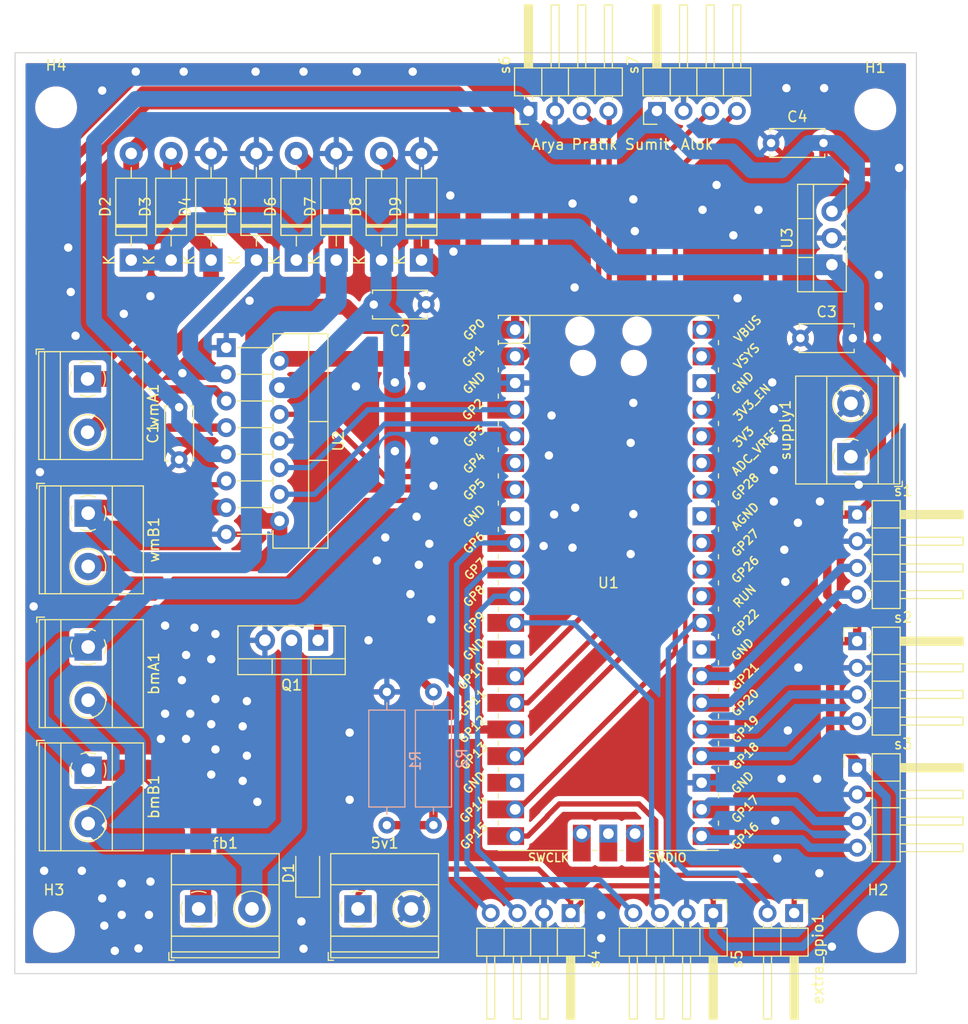
<source format=kicad_pcb>
(kicad_pcb (version 20221018) (generator pcbnew)
  (layers (0 "F.Cu" signal) (31 "B.Cu" signal) (34 "B.Paste" user) (35 "F.Paste" user) (36 "B.SilkS" user "B.Silkscreen") (37 "F.SilkS" user "F.Silkscreen") (38 "B.Mask" user) (39 "F.Mask" user) (44 "Edge.Cuts" user))
  (net 0 "")
  (net 1 "/VM-")
  (net 2 "GND")
  (net 3 "/Trig_1")
  (net 4 "/Echo_1")
  (net 5 "/Trig_2")
  (net 6 "/Echo_2")
  (net 7 "/Trig_3")
  (net 8 "/Echo_3")
  (net 9 "Net-(D1-A)")
  (net 10 "/signal")
  (net 11 "/+5V")
  (net 12 "/IN1")
  (net 13 "/IN2")
  (net 14 "/IN3")
  (net 15 "/IN4")
  (net 17 "/EnA")
  (net 18 "/EnB")
  (net 19 "/OUT1")
  (net 20 "/OUT2")
  (net 22 "/OUT3")
  (net 23 "/OUT4")
  (net 24 "/esc1")
  (net 25 "/Trig_4")
  (net 27 "/Echo_4")
  (net 28 "/esc2")
  (net 29 "/esc3")
  (net 30 "/esc4")
  (net 31 "/Trig_5")
  (net 32 "/Echo_5")
  (net 34 "/gpio22")
  (net 48 "/+12V")
  (net 49 "/gpio15")
  (footprint "Diode_THT:D_DO-41_SOD81_P10.16mm_Horizontal" (layer "F.Cu") (at 43.386 44.16 90)
    (fp_text reference "D4")
    (fp_text value "1N4007")
  )
  (footprint "Connector_PinHeader_2.54mm:PinHeader_1x04_P2.54mm_Horizontal" (layer "F.Cu") (at 91.28 106.4 -90)
    (fp_text reference "s5")
    (fp_text value "~")
  )
  (footprint "Diode_THT:D_DO-41_SOD81_P10.16mm_Horizontal" (layer "F.Cu") (at 47.704 44.16 90)
    (fp_text reference "D5")
    (fp_text value "1N4007")
  )
  (footprint "Connector_PinHeader_2.54mm:PinHeader_1x04_P2.54mm_Horizontal" (layer "F.Cu") (at 73.66 29.945 90)
    (fp_text reference "s6")
    (fp_text value "~")
  )
  (footprint "TerminalBlock_Phoenix:TerminalBlock_Phoenix_MKDS-1,5-2-5.08_1x02_P5.08mm_Horizontal" (layer "F.Cu") (at 42.2 106)
    (fp_text reference "fb1")
    (fp_text value "~" hide)
  )
  (footprint "Connector_PinHeader_2.54mm:PinHeader_1x04_P2.54mm_Horizontal" (layer "F.Cu") (at 105.01 92.55)
    (fp_text reference "s3")
    (fp_text value "~")
  )
  (footprint "Connector_PinHeader_2.54mm:PinHeader_1x04_P2.54mm_Horizontal" (layer "F.Cu") (at 85.91 29.945 90)
    (fp_text reference "s7")
    (fp_text value "~")
  )
  (footprint "Diode_THT:D_DO-41_SOD81_P10.16mm_Horizontal" (layer "F.Cu") (at 59.642 44.16 90)
    (fp_text reference "D8")
    (fp_text value "1N4007")
  )
  (footprint "Connector_PinHeader_2.54mm:PinHeader_1x02_P2.54mm_Horizontal" (layer "F.Cu") (at 99 106.4 -90)
    (fp_text reference "extra_gpio1")
    (fp_text value "~")
  )
  (footprint "MountingHole:MountingHole_3mm" (layer "F.Cu") (at 107 108.2)
    (fp_text reference "H2")
    (fp_text value "MountingHole")
  )
  (footprint "Package_TO_SOT_THT:TO-220-3_Vertical" (layer "F.Cu") (at 53.6 80.4 180)
    (fp_text reference "Q1")
    (fp_text value "IRF540N")
  )
  (footprint "TerminalBlock_Phoenix:TerminalBlock_Phoenix_MKDS-1,5-2-5.08_1x02_P5.08mm_Horizontal" (layer "F.Cu") (at 104.41 62.9 90)
    (fp_text reference "supply1")
    (fp_text value "~")
  )
  (footprint "TerminalBlock_Phoenix:TerminalBlock_Phoenix_MKDS-1,5-2-5.08_1x02_P5.08mm_Horizontal" (layer "F.Cu") (at 31.66 68.285 -90)
    (fp_text reference "wmB1")
    (fp_text value "~")
  )
  (footprint "Capacitor_THT:C_Disc_D5.0mm_W2.5mm_P5.00mm" (layer "F.Cu") (at 99.6 51.6)
    (fp_text reference "C3")
    (fp_text value "47n")
  )
  (footprint "Connector_PinHeader_2.54mm:PinHeader_1x04_P2.54mm_Horizontal" (layer "F.Cu") (at 105.01 68.42)
    (fp_text reference "s1")
    (fp_text value "~")
  )
  (footprint "MountingHole:MountingHole_3mm" (layer "F.Cu") (at 28.4 108.2)
    (fp_text reference "H3")
    (fp_text value "MountingHole")
  )
  (footprint "MountingHole:MountingHole_3mm" (layer "F.Cu") (at 28.6 29.6)
    (fp_text reference "H4")
    (fp_text value "MountingHole")
  )
  (footprint "MountingHole:MountingHole_3mm" (layer "F.Cu") (at 106.735 29.8)
    (fp_text reference "H1")
    (fp_text value "MountingHole")
  )
  (footprint "Diode_THT:D_DO-41_SOD81_P10.16mm_Horizontal" (layer "F.Cu") (at 63.452 44.16 90)
    (fp_text reference "D9")
    (fp_text value "1N4007")
  )
  (footprint "TerminalBlock_Phoenix:TerminalBlock_Phoenix_MKDS-1,5-2-5.08_1x02_P5.08mm_Horizontal" (layer "F.Cu") (at 31.66 81.035 -90)
    (fp_text reference "bmA1")
    (fp_text value "~")
  )
  (footprint "Capacitor_THT:C_Disc_D5.0mm_W2.5mm_P5.00mm" (layer "F.Cu") (at 96.8 33)
    (fp_text reference "C4")
    (fp_text value "47n")
  )
  (footprint "Package_TO_SOT_THT:TO-220-15_P2.54x2.54mm_StaggerOdd_Lead4.58mm_Vertical" (layer "F.Cu") (at 44.83 52.51 -90)
    (fp_text reference "U2")
    (fp_text value "L298N")
  )
  (footprint "Diode_THT:D_DO-41_SOD81_P10.16mm_Horizontal" (layer "F.Cu") (at 51.514 44.16 90)
    (fp_text reference "D6")
    (fp_text value "1N4007")
  )
  (footprint "LED_SMD:LED_1206_3216Metric" (layer "F.Cu") (at 52.6 102.6 90)
    (fp_text reference "D1")
    (fp_text value "LED")
  )
  (footprint "Package_TO_SOT_THT:TO-220-3_Vertical" (layer "F.Cu") (at 102.6 44.6 90)
    (fp_text reference "U3")
    (fp_text value "LM78M05_TO220")
  )
  (footprint "Capacitor_THT:C_Disc_D5.0mm_W2.5mm_P5.00mm" (layer "F.Cu") (at 63.9 48.4 180)
    (fp_text reference "C2")
    (fp_text value "100n")
  )
  (footprint "Connector_PinHeader_2.54mm:PinHeader_1x04_P2.54mm_Horizontal" (layer "F.Cu") (at 77.68 106.4 -90)
    (fp_text reference "s4")
    (fp_text value "~")
  )
  (footprint "Connector_PinHeader_2.54mm:PinHeader_1x04_P2.54mm_Horizontal" (layer "F.Cu") (at 105.01 80.485)
    (fp_text reference "s2")
    (fp_text value "~")
  )
  (footprint "TerminalBlock_Phoenix:TerminalBlock_Phoenix_MKDS-1,5-2-5.08_1x02_P5.08mm_Horizontal" (layer "F.Cu") (at 31.605 55.49 -90)
    (fp_text reference "wmA1")
    (fp_text value "~")
  )
  (footprint "Diode_THT:D_DO-41_SOD81_P10.16mm_Horizontal" (layer "F.Cu") (at 55.324 44.16 90)
    (fp_text reference "D7")
    (fp_text value "1N4007")
  )
  (footprint "TerminalBlock_Phoenix:TerminalBlock_Phoenix_MKDS-1,5-2-5.08_1x02_P5.08mm_Horizontal" (layer "F.Cu") (at 57.4 106)
    (fp_text reference "5v1")
    (fp_text value "~")
  )
  (footprint "Diode_THT:D_DO-41_SOD81_P10.16mm_Horizontal" (layer "F.Cu") (at 35.766 44.16 90)
    (fp_text reference "D2")
    (fp_text value "1N4007")
  )
  (footprint "Diode_THT:D_DO-41_SOD81_P10.16mm_Horizontal" (layer "F.Cu") (at 39.576 44.16 90)
    (fp_text reference "D3")
    (fp_text value "1N4007")
  )
  (footprint "RPi_Pico:RPi_Pico_SMD_TH" (layer "F.Cu") (at 81.28 74.93)
    (fp_text reference "U1")
    (fp_text value "Pico")
  )
  (footprint "Capacitor_THT:C_Disc_D5.0mm_W2.5mm_P5.00mm" (layer "F.Cu") (at 40.338 63.186 90)
    (fp_text reference "C1")
    (fp_text value "100n")
  )
  (footprint "TerminalBlock_Phoenix:TerminalBlock_Phoenix_MKDS-1,5-2-5.08_1x02_P5.08mm_Horizontal" (layer "F.Cu") (at 31.66 92.785 -90)
    (fp_text reference "bmB1")
    (fp_text value "~")
  )
  (footprint "Resistor_THT:R_Axial_DIN0309_L9.0mm_D3.2mm_P12.70mm_Horizontal" (layer "B.Cu") (at 60.15 98.02 90)
    (fp_text reference "R1")
    (fp_text value "R_Small")
  )
  (footprint "Resistor_THT:R_Axial_DIN0309_L9.0mm_D3.2mm_P12.70mm_Horizontal" (layer "B.Cu") (at 64.595 98.02 90)
    (fp_text reference "R2")
    (fp_text value "R_Small")
  )
  (gr_poly (pts (xy 110.66 24.397) (xy 110.66 112.17) (xy 24.66 112.17) (xy 24.689 24.397)) (stroke (width 0.1)) (fill none) (layer "Edge.Cuts"))
  (gr_text "Sumit" (at 82.756 33.722) (layer "F.SilkS") (effects (font (size 1 1)) (justify left bottom)))
  (gr_text "Alok" (at 88.09 33.722) (layer "F.SilkS") (effects (font (size 1 1)) (justify left bottom)))
  (gr_text "Pratik" (at 77.676 33.722) (layer "F.SilkS") (effects (font (size 1 1)) (justify left bottom)))
  (gr_text "Arya" (at 73.866 33.722) (layer "F.SilkS") (effects (font (size 1 1)) (justify left bottom)))
  (segment (start 33.365 99.57) (end 44.93 99.57) (width 1.5) (layer "B.Cu") (net 1))
  (segment (start 49.63 99.57) (end 44.93 99.57) (width 1.5) (layer "B.Cu") (net 1))
  (segment (start 36.16 93.365) (end 31.66 97.865) (width 2) (layer "B.Cu") (net 1))
  (segment (start 51.06 98.14) (end 47.28 101.92) (width 2) (layer "B.Cu") (net 1))
  (segment (start 36.16 90.32) (end 36.16 93.365) (width 2) (layer "B.Cu") (net 1))
  (segment (start 46.28 100.92) (end 47.2 100) (width 1.5) (layer "B.Cu") (net 1))
  (segment (start 44.93 99.57) (end 46.28 100.92) (width 1.5) (layer "B.Cu") (net 1))
  (segment (start 31.955 86.115) (end 36.16 90.32) (width 2) (layer "B.Cu") (net 1))
  (segment (start 47.28 101.92) (end 47.28 106) (width 2) (layer "B.Cu") (net 1))
  (segment (start 47.2 100) (end 47.8 100) (width 1.5) (layer "B.Cu") (net 1))
  (segment (start 51.06 98.14) (end 51.06 80.4) (width 2) (layer "B.Cu") (net 1))
  (segment (start 46.28 100.92) (end 47.28 101.92) (width 1.5) (layer "B.Cu") (net 1))
  (segment (start 31.66 86.115) (end 31.955 86.115) (width 2) (layer "B.Cu") (net 1))
  (segment (start 51.06 98.14) (end 49.63 99.57) (width 1.5) (layer "B.Cu") (net 1))
  (segment (start 31.66 97.865) (end 33.365 99.57) (width 1.5) (layer "B.Cu") (net 1))
  (via (at 56.6 95.6) (size 1.3) (drill 0.8) (layers "F.Cu" "B.Cu") (net 2))
  (via (at 27.06 64.37) (size 1.3) (drill 0.8) (layers "F.Cu" "B.Cu") (net 2))
  (via (at 36.2 26.2) (size 1.3) (drill 0.8) (layers "F.Cu" "B.Cu") (net 2))
  (via (at 77.86 38.77) (size 1.3) (drill 0.8) (layers "F.Cu" "B.Cu") (net 2))
  (via (at 101.46 67.17) (size 1.3) (drill 0.8) (layers "F.Cu" "B.Cu") (net 2))
  (via (at 75.606 62.78) (size 1.3) (drill 0.8) (layers "F.Cu" "B.Cu") (net 2))
  (via (at 38.6 89.8) (size 1.3) (drill 0.8) (layers "F.Cu" "B.Cu") (net 2))
  (via (at 39 79) (size 1.3) (drill 0.8) (layers "F.Cu" "B.Cu") (net 2))
  (via (at 98.16 74.82) (size 1.3) (drill 0.8) (layers "F.Cu" "B.Cu") (net 2))
  (via (at 37.6 47.6) (size 1.3) (drill 0.8) (layers "F.Cu" "B.Cu") (net 2))
  (via (at 43.8 86) (size 1.3) (drill 0.8) (layers "F.Cu" "B.Cu") (net 2))
  (via (at 64.66 61.37) (size 1.3) (drill 0.8) (layers "F.Cu" "B.Cu") (net 2))
  (via (at 97.06 67.17) (size 1.3) (drill 0.8) (layers "F.Cu" "B.Cu") (net 2))
  (via (at 40.772 26.2) (size 1.3) (drill 0.8) (layers "F.Cu" "B.Cu") (net 2))
  (via (at 33 28) (size 1.3) (drill 0.8) (layers "F.Cu" "B.Cu") (net 2))
  (via (at 41.8 79.2) (size 1.3) (drill 0.8) (layers "F.Cu" "B.Cu") (net 2))
  (via (at 30 47.2) (size 1.3) (drill 0.8) (layers "F.Cu" "B.Cu") (net 2))
  (via (at 64.4 78.4) (size 1.3) (drill 0.8) (layers "F.Cu" "B.Cu") (net 2))
  (via (at 58.4 80.4) (size 1.3) (drill 0.8) (layers "F.Cu" "B.Cu") (net 2))
  (via (at 78.06 46.77) (size 1.3) (drill 0.8) (layers "F.Cu" "B.Cu") (net 2))
  (via (at 40.649321 54.936) (size 1.3) (drill 0.8) (layers "F.Cu" "B.Cu") (net 2))
  (via (at 36.46 109.77) (size 1.3) (drill 0.8) (layers "F.Cu" "B.Cu") (net 2))
  (via (at 77.86 71.57) (size 1.3) (drill 0.8) (layers "F.Cu" "B.Cu") (net 2))
  (via (at 30.46 51.37) (size 1.3) (drill 0.8) (layers "F.Cu" "B.Cu") (net 2))
  (via (at 105.16 65.57) (size 1.3) (drill 0.8) (layers "F.Cu" "B.Cu") (net 2))
  (via (at 75.86 58.97) (size 1.3) (drill 0.8) (layers "F.Cu" "B.Cu") (net 2))
  (via (at 40.6 84.2) (size 1.3) (drill 0.8) (layers "F.Cu" "B.Cu") (net 2))
  (via (at 83.66 68.37) (size 1.3) (drill 0.8) (layers "F.Cu" "B.Cu") (net 2))
  (via (at 83.8 41.4) (size 1.3) (drill 0.8) (layers "F.Cu" "B.Cu") (net 2))
  (via (at 97.2 97.6) (size 1.3) (drill 0.8) (layers "F.Cu" "B.Cu") (net 2))
  (via (at 102.6 109.6) (size 1.3) (drill 0.8) (layers "F.Cu" "B.Cu") (net 2))
  (via (at 97.06 61.17) (size 1.3) (drill 0.8) (layers "F.Cu" "B.Cu") (net 2))
  (via (at 33.2 107.6) (size 1.3) (drill 0.8) (layers "F.Cu" "B.Cu") (net 2))
  (via (at 98.4 89) (size 1.3) (drill 0.8) (layers "F.Cu" "B.Cu") (net 2))
  (via (at 31.06 102.37) (size 1.3) (drill 0.8) (layers "F.Cu" "B.Cu") (net 2))
  (via (at 80.6 106.6) (size 1.3) (drill 0.8) (layers "F.Cu" "B.Cu") (net 2))
  (via (at 99.4 83) (size 1.3) (drill 0.8) (layers "F.Cu" "B.Cu") (net 2))
  (via (at 76.102 68.408) (size 1.3) (drill 0.8) (layers "F.Cu" "B.Cu") (net 2))
  (via (at 98.26 27.77) (size 1.3) (drill 0.8) (layers "F.Cu" "B.Cu") (net 2))
  (via (at 47.63 26.2) (size 1.3) (drill 0.8) (layers "F.Cu" "B.Cu") (net 2))
  (via (at 41 89.8) (size 1.3) (drill 0.8) (layers "F.Cu" "B.Cu") (net 2))
  (via (at 62.4 76) (size 1.3) (drill 0.8) (layers "F.Cu" "B.Cu") (net 2))
  (via (at 41.4 87.4) (size 1.3) (drill 0.8) (layers "F.Cu" "B.Cu") (net 2))
  (via (at 93.6 47.8) (size 1.3) (drill 0.8) (layers "F.Cu" "B.Cu") (net 2))
  (via (at 101.86 27.77) (size 1.3) (drill 0.8) (layers "F.Cu" "B.Cu") (net 2))
  (via (at 97.06 64.17) (size 1.3) (drill 0.8) (layers "F.Cu" "B.Cu") (net 2))
  (via (at 78.114 67.76) (size 1.3) (drill 0.8) (layers "F.Cu" "B.Cu") (net 2))
  (via (at 60 70.6) (size 1.3) (drill 0.8) (layers "F.Cu" "B.Cu") (net 2))
  (via (at 64.2 71.2) (size 1.3) (drill 0.8) (layers "F.Cu" "B.Cu") (net 2))
  (via (at 96.91 55.82) (size 1.3) (drill 0.8) (layers "F.Cu" "B.Cu") (net 2))
  (via (at 59.2 72.8) (size 1.3) (drill 0.8) (layers "F.Cu" "B.Cu") (net 2))
  (via (at 91.6 37) (size 1.3) (drill 0.8) (layers "F.Cu" "B.Cu") (net 2))
  (via (at 37.46 106.57) (size 1.3) (drill 0.8) (layers "F.Cu" "B.Cu") (net 2))
  (via (at 106.91 51.57) (size 1.3) (drill 0.8) (layers "F.Cu" "B.Cu") (net 2))
  (via (at 107.06 48.57) (size 1.3) (drill 0.8) (layers "F.Cu" "B.Cu") (net 2))
  (via (at 66.5 43.35) (size 1.3) (drill 0.8) (layers "F.Cu" "B.Cu") (net 2))
  (via (at 43.8 79.8) (size 1.3) (drill 0.8) (layers "F.Cu" "B.Cu") (net 2))
  (via (at 101.2 93.6) (size 1.3) (drill 0.8) (layers "F.Cu" "B.Cu") (net 2))
  (via (at 33 105) (size 1.3) (drill 0.8) (layers "F.Cu" "B.Cu") (net 2))
  (via (at 43.4 93.2) (size 1.3) (drill 0.8) (layers "F.Cu" "B.Cu") (net 2))
  (via (at 52 107.2) (size 1.3) (drill 0.8) (layers "F.Cu" "B.Cu") (net 2))
  (via (at 90.26 39.37) (size 1.3) (drill 0.8) (layers "F.Cu" "B.Cu") (net 2))
  (via (at 63.2 73.2) (size 1.3) (drill 0.8) (layers "F.Cu" "B.Cu") (net 2))
  (via (at 52.202 26.2) (size 1.3) (drill 0.8) (layers "F.Cu" "B.Cu") (net 2))
  (via (at 43.8 90.8) (size 1.3) (drill 0.8) (layers "F.Cu" "B.Cu") (net 2))
  (via (at 62.616 26.2) (size 1.3) (drill 0.8) (layers "F.Cu" "B.Cu") (net 2))
  (via (at 37.6 103.4) (size 1.3) (drill 0.8) (layers "F.Cu" "B.Cu") (net 2))
  (via (at 52.2 109.8) (size 1.3) (drill 0.8) (layers "F.Cu" "B.Cu") (net 2))
  (via (at 57.282 26.2) (size 1.3) (drill 0.8) (layers "F.Cu" "B.Cu") (net 2))
  (via (at 109.01 35.37) (size 1.3) (drill 0.8) (layers "F.Cu" "B.Cu") (net 2))
  (via (at 41 81.8) (size 1.3) (drill 0.8) (layers "F.Cu" "B.Cu") (net 2))
  (via (at 46.4 88.6) (size 1.3) (drill 0.8) (layers "F.Cu" "B.Cu") (net 2))
  (via (at 83.406 72.18) (size 1.3) (drill 0.8) (layers "F.Cu" "B.Cu") (net 2))
  (via (at 99.36 69.195) (size 1.3) (drill 0.8) (layers "F.Cu" "B.Cu") (net 2))
  (via (at 75.102 71.408) (size 1.3) (drill 0.8) (layers "F.Cu" "B.Cu") (net 2))
  (via (at 43.4 88.4) (size 1.3) (drill 0.8) (layers "F.Cu" "B.Cu") (net 2))
  (via (at 97.06 58.37) (size 1.3) (drill 0.8) (layers "F.Cu" "B.Cu") (net 2))
  (via (at 83.66 38.37) (size 1.3) (drill 0.8) (layers "F.Cu" "B.Cu") (net 2))
  (via (at 98.06 71.77) (size 1.3) (drill 0.8) (layers "F.Cu" "B.Cu") (net 2))
  (via (at 64.6 65.67) (size 1.3) (drill 0.8) (layers "F.Cu" "B.Cu") (net 2))
  (via (at 43.4 82.2) (size 1.3) (drill 0.8) (layers "F.Cu" "B.Cu") (net 2))
  (via (at 57.2 56.2) (size 1.3) (drill 0.8) (layers "F.Cu" "B.Cu") (net 2))
  (via (at 95.594 39.37) (size 1.3) (drill 0.8) (layers "F.Cu" "B.Cu") (net 2))
  (via (at 97.8 93.6) (size 1.3) (drill 0.8) (layers "F.Cu" "B.Cu") (net 2))
  (via (at 107.06 45.57) (size 1.3) (drill 0.8) (layers "F.Cu" "B.Cu") (net 2))
  (via (at 101.4 102.6) (size 1.3) (drill 0.8) (layers "F.Cu" "B.Cu") (net 2))
  (via (at 47.8 95.8) (size 1.3) (drill 0.8) (layers "F.Cu" "B.Cu") (net 2))
  (via (at 46.8 86.2) (size 1.3) (drill 0.8) (layers "F.Cu" "B.Cu") (net 2))
  (via (at 46.4 93.8) (size 1.3) (drill 0.8) (layers "F.Cu" "B.Cu") (net 2))
  (via (at 47.054322 48.032685) (size 1.3) (drill 0.8) (layers "F.Cu" "B.Cu") (net 2))
  (via (at 39 87.4) (size 1.3) (drill 0.8) (layers "F.Cu" "B.Cu") (net 2))
  (via (at 97.4 101.2) (size 1.3) (drill 0.8) (layers "F.Cu" "B.Cu") (net 2))
  (via (at 63.46 56.17) (size 1.3) (drill 0.8) (layers "F.Cu" "B.Cu") (net 2))
  (via (at 83.66 57.77) (size 1.3) (drill 0.8) (layers "F.Cu" "B.Cu") (net 2))
  (via (at 66.2 38) (size 1.3) (drill 0.8) (layers "F.Cu" "B.Cu") (net 2))
  (via (at 62.985 68.62) (size 1.3) (drill 0.8) (layers "F.Cu" "B.Cu") (net 2))
  (via (at 56.6 89.2) (size 1.3) (drill 0.8) (layers "F.Cu" "B.Cu") (net 2))
  (via (at 26.46 77.17) (size 1.3) (drill 0.8) (layers "F.Cu" "B.Cu") (net 2))
  (via (at 27.46 102.37) (size 1.3) (drill 0.8) (layers "F.Cu" "B.Cu") (net 2))
  (via (at 34.2 110) (size 1.3) (drill 0.8) (layers "F.Cu" "B.Cu") (net 2))
  (via (at 83.406 61.58) (size 1.3) (drill 0.8) (layers "F.Cu" "B.Cu") (net 2))
  (via (at 34.86 106.57) (size 1.3) (drill 0.8) (layers "F.Cu" "B.Cu") (net 2))
  (via (at 29.76 42.97) (size 1.3) (drill 0.8) (layers "F.Cu" "B.Cu") (net 2))
  (via (at 93.2 41.8) (size 1.3) (drill 0.8) (layers "F.Cu" "B.Cu") (net 2))
  (via (at 80.6 108.8) (size 1.3) (drill 0.8) (layers "F.Cu" "B.Cu") (net 2))
  (via (at 35.06 49.285) (size 1.3) (drill 0.8) (layers "F.Cu" "B.Cu") (net 2))
  (via (at 34.86 103.57) (size 1.3) (drill 0.8) (layers "F.Cu" "B.Cu") (net 2))
  (via (at 46.8 91.4) (size 1.3) (drill 0.8) (layers "F.Cu" "B.Cu") (net 2))
  (segment (start 40.649321 54.874321) (end 40.649321 54.936) (width 0.8) (layer "B.Cu") (net 2))
  (segment (start 35.06 49.285) (end 40.649321 54.874321) (width 0.8) (layer "B.Cu") (net 2))
  (segment (start 90.86 83.13) (end 90.17 83.82) (width 0.8) (layer "F.Cu") (net 3))
  (segment (start 90.17 83.82) (end 93.16 83.82) (width 0.8) (layer "B.Cu") (net 3))
  (segment (start 103.48 73.5) (end 105.01 73.5) (width 0.8) (layer "B.Cu") (net 3))
  (segment (start 93.16 83.82) (end 103.48 73.5) (width 0.8) (layer "B.Cu") (net 3))
  (segment (start 103.19 76.04) (end 92.87 86.36) (width 0.8) (layer "B.Cu") (net 4))
  (segment (start 92.87 86.36) (end 90.17 86.36) (width 0.8) (layer "B.Cu") (net 4))
  (segment (start 105.01 76.04) (end 103.19 76.04) (width 0.8) (layer "B.Cu") (net 4))
  (segment (start 90.17 88.9) (end 95.33 88.9) (width 0.8) (layer "B.Cu") (net 5))
  (segment (start 95.33 88.9) (end 98.66 85.57) (width 0.8) (layer "B.Cu") (net 5))
  (segment (start 105.005 85.57) (end 105.01 85.565) (width 0.8) (layer "B.Cu") (net 5))
  (segment (start 98.66 85.57) (end 105.005 85.57) (width 0.8) (layer "B.Cu") (net 5))
  (segment (start 104.975 88.07) (end 105.01 88.105) (width 0.8) (layer "B.Cu") (net 6))
  (segment (start 98.59 91.44) (end 101.96 88.07) (width 0.8) (layer "B.Cu") (net 6))
  (segment (start 90.17 91.44) (end 98.59 91.44) (width 0.8) (layer "B.Cu") (net 6))
  (segment (start 101.96 88.07) (end 104.975 88.07) (width 0.8) (layer "B.Cu") (net 6))
  (segment (start 100.97 97.63) (end 105.01 97.63) (width 0.8) (layer "B.Cu") (net 7))
  (segment (start 90.92 95.77) (end 99.11 95.77) (width 0.8) (layer "B.Cu") (net 7))
  (segment (start 99.11 95.77) (end 100.97 97.63) (width 0.8) (layer "B.Cu") (net 7))
  (segment (start 90.17 96.52) (end 90.92 95.77) (width 0.8) (layer "B.Cu") (net 7))
  (segment (start 99.71 99.37) (end 100.51 100.17) (width 0.8) (layer "B.Cu") (net 8))
  (segment (start 90.17 99.06) (end 90.48 99.37) (width 0.8) (layer "B.Cu") (net 8))
  (segment (start 90.48 99.37) (end 99.71 99.37) (width 0.8) (layer "B.Cu") (net 8))
  (segment (start 100.51 100.17) (end 105.01 100.17) (width 0.8) (layer "B.Cu") (net 8))
  (segment (start 54.435 99.365) (end 54.435 86.74) (width 0.8) (layer "F.Cu") (net 9))
  (segment (start 52.6 101.2) (end 54.435 99.365) (width 0.8) (layer "F.Cu") (net 9))
  (segment (start 54.435 86.74) (end 57.91 83.265) (width 0.8) (layer "F.Cu") (net 9))
  (segment (start 62.54 83.265) (end 64.595 85.32) (width 0.8) (layer "F.Cu") (net 9))
  (segment (start 57.91 83.265) (end 62.54 83.265) (width 0.8) (layer "F.Cu") (net 9))
  (segment (start 66.66 88.9) (end 66.83 88.9) (width 0.8) (layer "F.Cu") (net 10))
  (segment (start 68.16 88.9) (end 66.66 88.9) (width 0.8) (layer "F.Cu") (net 10))
  (segment (start 67.66 88.07) (end 67.66 85.57) (width 0.8) (layer "F.Cu") (net 10))
  (segment (start 67.99 88.9) (end 67.66 88.57) (width 0.8) (layer "F.Cu") (net 10))
  (segment (start 68.41 88.82) (end 67.66 88.07) (width 0.8) (layer "F.Cu") (net 10))
  (segment (start 67.66 88.57) (end 67.66 88.07) (width 0.8) (layer "F.Cu") (net 10))
  (segment (start 68.41 88.9) (end 68.41 88.82) (width 0.8) (layer "F.Cu") (net 10))
  (segment (start 53.6 78) (end 53.6 80.4) (width 0.8) (layer "F.Cu") (net 10))
  (segment (start 72.39 88.9) (end 68.41 88.9) (width 0.8) (layer "F.Cu") (net 10))
  (segment (start 65.73 88.9) (end 64.595 90.035) (width 0.8) (layer "F.Cu") (net 10))
  (segment (start 68.16 88.9) (end 67.99 88.9) (width 0.8) (layer "F.Cu") (net 10))
  (segment (start 60.15 98.02) (end 64.595 98.02) (width 0.8) (layer "F.Cu") (net 10))
  (segment (start 67.66 85.57) (end 58.09 76) (width 0.8) (layer "F.Cu") (net 10))
  (segment (start 64.595 98.02) (end 64.595 90.035) (width 0.8) (layer "F.Cu") (net 10))
  (segment (start 68.41 88.9) (end 68.16 88.9) (width 0.8) (layer "F.Cu") (net 10))
  (segment (start 66.83 88.9) (end 67.66 88.07) (width 0.8) (layer "F.Cu") (net 10))
  (segment (start 58.09 76) (end 55.6 76) (width 0.8) (layer "F.Cu") (net 10))
  (segment (start 66.66 88.9) (end 65.73 88.9) (width 0.8) (layer "F.Cu") (net 10))
  (segment (start 55.6 76) (end 53.6 78) (width 0.8) (layer "F.Cu") (net 10))
  (segment (start 103.495 80.485) (end 102.435 81.545) (width 0.8) (layer "F.Cu") (net 11))
  (segment (start 96.98 51.65) (end 95.29 53.34) (width 0.8) (layer "F.Cu") (net 11))
  (segment (start 105.01 80.485) (end 103.495 80.485) (width 0.8) (layer "F.Cu") (net 11))
  (segment (start 105.01 91.92) (end 105.01 92.55) (width 0.8) (layer "F.Cu") (net 11))
  (segment (start 74.6 102.2) (end 77.68 105.28) (width 0.5) (layer "F.Cu") (net 11))
  (segment (start 59.8 102.2) (end 74.6 102.2) (width 0.5) (layer "F.Cu") (net 11))
  (segment (start 91.28 106.4) (end 91.28 105.08) (width 0.5) (layer "F.Cu") (net 11))
  (segment (start 108.664 37.953899) (end 106.464101 35.754) (width 0.8) (layer "F.Cu") (net 11))
  (segment (start 102.435 89.345) (end 105.01 91.92) (width 0.8) (layer "F.Cu") (net 11))
  (segment (start 90 103.8) (end 80.28 103.8) (width 0.5) (layer "F.Cu") (net 11))
  (segment (start 105.01 92.79) (end 104.8 93) (width 0.8) (layer "F.Cu") (net 11))
  (segment (start 77.68 105.28) (end 77.68 106.4) (width 0.5) (layer "F.Cu") (net 11))
  (segment (start 101.8 35.466) (end 96.98 40.286) (width 0.8) (layer "F.Cu") (net 11))
  (segment (start 103.31 68.42) (end 102.16 69.57) (width 0.8) (layer "F.Cu") (net 11))
  (segment (start 80.28 103.8) (end 77.68 106.4) (width 0.5) (layer "F.Cu") (net 11))
  (segment (start 102.16 76.07) (end 105.01 78.92) (width 0.8) (layer "F.Cu") (net 11))
  (segment (start 105.01 68.42) (end 103.31 68.42) (width 0.8) (layer "F.Cu") (net 11))
  (segment (start 102.16 69.57) (end 102.16 76.07) (width 0.8) (layer "F.Cu") (net 11))
  (segment (start 57.4 104.6) (end 59.8 102.2) (width 0.5) (layer "F.Cu") (net 11))
  (segment (start 104.554 35.754) (end 101.8 33) (width 0.8) (layer "F.Cu") (net 11))
  (segment (start 96.98 40.286) (end 96.98 51.65) (width 0.8) (layer "F.Cu") (net 11))
  (segment (start 95.29 53.34) (end 90.17 53.34) (width 0.8) (layer "F.Cu") (net 11))
  (segment (start 57.4 106) (end 57.4 104.6) (width 0.5) (layer "F.Cu") (net 11))
  (segment (start 91.28 105.08) (end 90 103.8) (width 0.5) (layer "F.Cu") (net 11))
  (segment (start 102.435 81.545) (end 102.435 89.345) (width 0.8) (layer "F.Cu") (net 11))
  (segment (start 105.01 68.42) (end 108.664 64.766) (width 0.8) (layer "F.Cu") (net 11))
  (segment (start 105.01 78.92) (end 105.01 80.485) (width 0.8) (layer "F.Cu") (net 11))
  (segment (start 108.664 64.766) (end 108.664 37.953899) (width 0.8) (layer "F.Cu") (net 11))
  (segment (start 105.01 92.55) (end 105.01 92.79) (width 0.8) (layer "F.Cu") (net 11))
  (segment (start 101.8 33) (end 101.8 35.466) (width 0.8) (layer "F.Cu") (net 11))
  (segment (start 106.464101 35.754) (end 104.554 35.754) (width 0.8) (layer "F.Cu") (net 11))
  (segment (start 84.1275 31.7275) (end 84.522576 31.332424) (width 1.5) (layer "B.Cu") (net 11))
  (segment (start 107.8 101.6) (end 99.8 109.6) (width 0.8) (layer "B.Cu") (net 11))
  (segment (start 85.91 30.374849) (end 85.91 29.945) (width 1.5) (layer "B.Cu") (net 11))
  (segment (start 105.01 92.55) (end 107.8 95.34) (width 0.8) (layer "B.Cu") (net 11))
  (segment (start 97.8 35.6) (end 94.900862 35.6) (width 1.5) (layer "B.Cu") (net 11))
  (segment (start 103 33) (end 101.8 33) (width 1.5) (layer "B.Cu") (net 11))
  (segment (start 94.900862 35.6) (end 93.100862 33.8) (width 1.5) (layer "B.Cu") (net 11))
  (segment (start 43.378 62.67) (end 44.83 62.67) (width 1.5) (layer "B.Cu") (net 11))
  (segment (start 32.21 32.79) (end 32.21 49.978) (width 1.5) (layer "B.Cu") (net 11))
  (segment (start 93.100862 33.8) (end 89.335152 33.8) (width 1.5) (layer "B.Cu") (net 11))
  (segment (start 102.6 39.52) (end 105 37.12) (width 1.5) (layer "B.Cu") (net 11))
  (segment (start 84.1275 31.7275) (end 82.055 33.8) (width 1.5) (layer "B.Cu") (net 11))
  (segment (start 32.21 49.978) (end 40.338 58.106) (width 1.5) (layer "B.Cu") (net 11))
  (segment (start 107.8 95.34) (end 107.8 101.6) (width 0.8) (layer "B.Cu") (net 11))
  (segment (start 85.91 29.945) (end 84.1275 31.7275) (width 1.5) (layer "B.Cu") (net 11))
  (segment (start 91.28 108.48) (end 91.28 106.4) (width 0.8) (layer "B.Cu") (net 11))
  (segment (start 89.335152 33.8) (end 86.867576 31.332424) (width 1.5) (layer "B.Cu") (net 11))
  (segment (start 100.4 33) (end 97.8 35.6) (width 1.5) (layer "B.Cu") (net 11))
  (segment (start 73.66 29.945) (end 72.515 28.8) (width 1.5) (layer "B.Cu") (net 11))
  (segment (start 86.867576 31.332424) (end 85.91 30.374849) (width 1.5) (layer "B.Cu") (net 11))
  (segment (start 105 35) (end 103 33) (width 1.5) (layer "B.Cu") (net 11))
  (segment (start 36.2 28.8) (end 32.21 32.79) (width 1.5) (layer "B.Cu") (net 11))
  (segment (start 40.338 58.186) (end 40.338 59.63) (width 1.5) (layer "B.Cu") (net 11))
  (segment (start 101.8 33) (end 100.4 33) (width 1.5) (layer "B.Cu") (net 11))
  (segment (start 82.055 33.8) (end 76.29 33.8) (width 1.5) (layer "B.Cu") (net 11))
  (segment (start 40.338 59.63) (end 43.378 62.67) (width 1.5) (layer "B.Cu") (net 11))
  (segment (start 105 37.12) (end 105 35) (width 1.5) (layer "B.Cu") (net 11))
  (segment (start 76.29 33.8) (end 73.66 31.17) (width 1.5) (layer "B.Cu") (net 11))
  (segment (start 84.522576 31.332424) (end 86.867576 31.332424) (width 1.5) (layer "B.Cu") (net 11))
  (segment (start 99.8 109.6) (end 92.4 109.6) (width 0.8) (layer "B.Cu") (net 11))
  (segment (start 92.4 109.6) (end 91.28 108.48) (width 0.8) (layer "B.Cu") (net 11))
  (segment (start 73.66 31.17) (end 73.66 29.945) (width 1.5) (layer "B.Cu") (net 11))
  (segment (start 72.515 28.8) (end 36.2 28.8) (width 1.5) (layer "B.Cu") (net 11))
  (segment (start 40.338 58.106) (end 40.338 58.186) (width 1.5) (layer "B.Cu") (net 11))
  (segment (start 66.2 29.4) (end 37.293478 29.4) (width 0.8) (layer "F.Cu") (net 12))
  (segment (start 72.39 50.8) (end 72.39 35.59) (width 0.8) (layer "F.Cu") (net 12))
  (segment (start 39.144 56.486) (end 43.726 56.486) (width 0.8) (layer "F.Cu") (net 12))
  (segment (start 37.293478 29.4) (end 28.21 38.483478) (width 0.8) (layer "F.Cu") (net 12))
  (segment (start 30.388477 62.909999) (end 34.711523 62.909999) (width 0.8) (layer "F.Cu") (net 12))
  (segment (start 43.726 56.486) (end 44.83 57.59) (width 0.8) (layer "F.Cu") (net 12))
  (segment (start 28.21 38.483478) (end 28.21 60.731522) (width 0.8) (layer "F.Cu") (net 12))
  (segment (start 28.21 60.731522) (end 30.388477 62.909999) (width 0.8) (layer "F.Cu") (net 12))
  (segment (start 34.711523 62.909999) (end 37.86 59.761522) (width 0.8) (layer "F.Cu") (net 12))
  (segment (start 37.86 57.77) (end 39.144 56.486) (width 0.8) (layer "F.Cu") (net 12))
  (segment (start 72.39 35.59) (end 66.2 29.4) (width 0.8) (layer "F.Cu") (net 12))
  (segment (start 37.86 59.761522) (end 37.86 57.77) (width 0.8) (layer "F.Cu") (net 12))
  (segment (start 73.215 53.34) (end 74.61 51.945) (width 0.8) (layer "F.Cu") (net 13))
  (segment (start 26.91 61.27) (end 29.849999 64.209999) (width 0.8) (layer "F.Cu") (net 13))
  (segment (start 35.250001 64.209999) (end 39.33 60.13) (width 0.8) (layer "F.Cu") (net 13))
  (segment (start 39.33 60.13) (end 44.83 60.13) (width 0.8) (layer "F.Cu") (net 13))
  (segment (start 72.39 53.34) (end 73.215 53.34) (width 0.8) (layer "F.Cu") (net 13))
  (segment (start 26.91 37.945) (end 26.91 61.27) (width 0.8) (layer "F.Cu") (net 13))
  (segment (start 36.855 28) (end 26.91 37.945) (width 0.8) (layer "F.Cu") (net 13))
  (segment (start 29.849999 64.209999) (end 35.250001 64.209999) (width 0.8) (layer "F.Cu") (net 13))
  (segment (start 67 28) (end 36.855 28) (width 0.8) (layer "F.Cu") (net 13))
  (segment (start 74.61 35.61) (end 67 28) (width 0.8) (layer "F.Cu") (net 13))
  (segment (start 74.61 51.945) (end 74.61 35.61) (width 0.8) (layer "F.Cu") (net 13))
  (segment (start 72.39 53.34) (end 72.41 53.32) (width 0.8) (layer "B.Cu") (net 13))
  (segment (start 49.91 63.94) (end 52.84 63.94) (width 0.5) (layer "B.Cu") (net 14))
  (segment (start 52.84 63.94) (end 58.36 58.42) (width 0.5) (layer "B.Cu") (net 14))
  (segment (start 58.36 58.42) (end 72.39 58.42) (width 0.5) (layer "B.Cu") (net 14))
  (segment (start 71.2 59.77) (end 72.39 60.96) (width 0.5) (layer "B.Cu") (net 15))
  (segment (start 49.91 66.48) (end 53.25 66.48) (width 0.5) (layer "B.Cu") (net 15))
  (segment (start 53.25 66.48) (end 59.96 59.77) (width 0.5) (layer "B.Cu") (net 15))
  (segment (start 59.96 59.77) (end 71.2 59.77) (width 0.5) (layer "B.Cu") (net 15))
  (segment (start 49.91 58.86) (end 54.06 58.86) (width 0.5) (layer "F.Cu") (net 17))
  (segment (start 63.2 64.8) (end 64.5 63.5) (width 0.5) (layer "F.Cu") (net 17))
  (segment (start 54.06 58.86) (end 60 64.8) (width 0.5) (layer "F.Cu") (net 17))
  (segment (start 60 64.8) (end 63.2 64.8) (width 0.5) (layer "F.Cu") (net 17))
  (segment (start 64.5 63.5) (end 72.39 63.5) (width 0.5) (layer "F.Cu") (net 17))
  (segment (start 29.36 65.57) (end 27.66 67.27) (width 0.5) (layer "F.Cu") (net 18))
  (segment (start 27.66 74.659934) (end 29.370066 76.37) (width 0.5) (layer "F.Cu") (net 18))
  (segment (start 29.370066 76.37) (end 38.03 76.37) (width 0.5) (layer "F.Cu") (net 18))
  (segment (start 58.13 67.07) (end 66.39555 67.07) (width 0.5) (layer "F.Cu") (net 18))
  (segment (start 72.335 66.095) (end 72.39 66.04) (width 0.8) (layer "F.Cu") (net 18))
  (segment (start 50.63 74.57) (end 58.13 67.07) (width 0.5) (layer "F.Cu") (net 18))
  (segment (start 44.47 65.57) (end 29.36 65.57) (width 0.5) (layer "F.Cu") (net 18))
  (segment (start 27.66 67.27) (end 27.66 74.659934) (width 0.5) (layer "F.Cu") (net 18))
  (segment (start 67.42555 66.04) (end 72.39 66.04) (width 0.5) (layer "F.Cu") (net 18))
  (segment (start 44.83 65.21) (end 44.47 65.57) (width 0.5) (layer "F.Cu") (net 18))
  (segment (start 39.83 74.57) (end 50.63 74.57) (width 0.5) (layer "F.Cu") (net 18))
  (segment (start 66.39555 67.07) (end 67.42555 66.04) (width 0.5) (layer "F.Cu") (net 18))
  (segment (start 38.03 76.37) (end 39.83 74.57) (width 0.5) (layer "F.Cu") (net 18))
  (segment (start 35.766 33.884) (end 35.766 35.788428) (width 1.5) (layer "F.Cu") (net 19))
  (segment (start 65.83 53.57) (end 68.4 51) (width 1.5) (layer "F.Cu") (net 19))
  (segment (start 43.386 46.169069) (end 43.386 44.16) (width 1.5) (layer "F.Cu") (net 19))
  (segment (start 65.45 31.05) (end 38.6 31.05) (width 1.5) (layer "F.Cu") (net 19))
  (segment (start 68.4 34) (end 65.45 31.05) (width 1.5) (layer "F.Cu") (net 19))
  (segment (start 31.605 55.49) (end 34.065069 55.49) (width 1.5) (layer "F.Cu") (net 19))
  (segment (start 68.4 51) (end 68.4 34) (width 1.5) (layer "F.Cu") (net 19))
  (segment (start 50.12 53.57) (end 65.83 53.57) (width 1.5) (layer "F.Cu") (net 19))
  (segment (start 35.766 35.788428) (end 43.386 43.408428) (width 1.5) (layer "F.Cu") (net 19))
  (segment (start 38.6 31.05) (end 35.766 33.884) (width 1.5) (layer "F.Cu") (net 19))
  (segment (start 34.065069 55.49) (end 43.386 46.169069) (width 1.5) (layer "F.Cu") (net 19))
  (segment (start 49.91 53.78) (end 50.12 53.57) (width 1.5) (layer "F.Cu") (net 19))
  (segment (start 43.386 43.408428) (end 43.386 44.16) (width 1.5) (layer "F.Cu") (net 19))
  (segment (start 39.576 35.016) (end 39.576 34) (width 1.5) (layer "F.Cu") (net 20))
  (segment (start 47.704 44.679497) (end 47.704 43.304) (width 1.5) (layer "F.Cu") (net 20))
  (segment (start 39.576 35.176) (end 39.576 34.452) (width 1.5) (layer "F.Cu") (net 20))
  (segment (start 31.605 60.57) (end 31.813497 60.57) (width 1.5) (layer "F.Cu") (net 20))
  (segment (start 31.813497 60.57) (end 47.704 44.679497) (width 1.5) (layer "F.Cu") (net 20))
  (segment (start 47.704 43.304) (end 39.576 35.176) (width 1.5) (layer "F.Cu") (net 20))
  (segment (start 47.704 44.696) (end 47.704 44.16) (width 1.5) (layer "B.Cu") (net 20))
  (segment (start 41.4 53) (end 41.4 51) (width 1.5) (layer "B.Cu") (net 20))
  (segment (start 43.45 55.05) (end 41.4 53) (width 1.5) (layer "B.Cu") (net 20))
  (segment (start 41.4 51) (end 47.704 44.696) (width 1.5) (layer "B.Cu") (net 20))
  (segment (start 44.83 55.05) (end 43.45 55.05) (width 1.5) (layer "B.Cu") (net 20))
  (segment (start 55.324 44.16) (end 55.324 37.81) (width 1.5) (layer "F.Cu") (net 22))
  (segment (start 44.83 67.75) (end 32.195 67.75) (width 1.5) (layer "F.Cu") (net 22))
  (segment (start 31.665 68.29) (end 31.66 68.285) (width 0.8) (layer "F.Cu") (net 22))
  (segment (start 55.324 37.81) (end 51.514 34) (width 1.5) (layer "F.Cu") (net 22))
  (segment (start 32.195 67.75) (end 31.66 68.285) (width 1.5) (layer "F.Cu") (net 22))
  (segment (start 55.324 48.106) (end 55.324 44.16) (width 2) (layer "B.Cu") (net 22))
  (segment (start 49.948 50.02) (end 53.41 50.02) (width 2) (layer "B.Cu") (net 22))
  (segment (start 47.23 72.30656) (end 47.23 52.738) (width 2) (layer "B.Cu") (net 22))
  (segment (start 36.375 73) (end 46.53656 73) (width 2) (layer "B.Cu") (net 22))
  (segment (start 31.66 68.285) (end 36.375 73) (width 2) (layer "B.Cu") (net 22))
  (segment (start 46.53656 73) (end 47.23 72.30656) (width 2) (layer "B.Cu") (net 22))
  (segment (start 47.23 52.738) (end 49.948 50.02) (width 2) (layer "B.Cu") (net 22))
  (segment (start 53.41 50.02) (end 55.324 48.106) (width 2) (layer "B.Cu") (net 22))
  (segment (start 47.4 68) (end 48.42 69.02) (width 1.5) (layer "F.Cu") (net 23))
  (segment (start 49.6 48.6) (end 47.4 50.8) (width 1.5) (layer "F.Cu") (net 23))
  (segment (start 63.452 38.064) (end 63.452 44.16) (width 1.5) (layer "F.Cu") (net 23))
  (segment (start 56.200862 48.6) (end 49.6 48.6) (width 1.5) (layer "F.Cu") (net 23))
  (segment (start 58.050862 50.45) (end 56.200862 48.6) (width 1.5) (layer "F.Cu") (net 23))
  (segment (start 48.42 69.02) (end 49.91 69.02) (width 1.5) (layer "F.Cu") (net 23))
  (segment (start 66.4 49.8) (end 65.75 50.45) (width 1.5) (layer "F.Cu") (net 23))
  (segment (start 65.75 50.45) (end 58.050862 50.45) (width 1.5) (layer "F.Cu") (net 23))
  (segment (start 66.4 46.4) (end 66.4 49.8) (width 1.5) (layer "F.Cu") (net 23))
  (segment (start 31.955 73.07) (end 31.66 73.365) (width 1.5) (layer "F.Cu") (net 23))
  (segment (start 48.13 73.07) (end 31.955 73.07) (width 1.5) (layer "F.Cu") (net 23))
  (segment (start 59.642 34) (end 59.642 34.254) (width 1.5) (layer "F.Cu") (net 23))
  (segment (start 47.4 50.8) (end 47.4 68) (width 1.5) (layer "F.Cu") (net 23))
  (segment (start 49.91 71.29) (end 48.13 73.07) (width 1.5) (layer "F.Cu") (net 23))
  (segment (start 64.16 44.16) (end 66.4 46.4) (width 1.5) (layer "F.Cu") (net 23))
  (segment (start 59.642 34.254) (end 63.452 38.064) (width 1.5) (layer "F.Cu") (net 23))
  (segment (start 63.452 44.16) (end 64.16 44.16) (width 1.5) (layer "F.Cu") (net 23))
  (segment (start 49.91 69.02) (end 49.91 71.29) (width 1.5) (layer "F.Cu") (net 23))
  (segment (start 70.06 106.4) (end 66.8 103.14) (width 0.5) (layer "B.Cu") (net 24))
  (segment (start 66.8 73.2) (end 68.88 71.12) (width 0.5) (layer "B.Cu") (net 24))
  (segment (start 66.8 103.14) (end 66.8 73.2) (width 0.5) (layer "B.Cu") (net 24))
  (segment (start 68.88 71.12) (end 72.39 71.12) (width 0.5) (layer "B.Cu") (net 24))
  (segment (start 80.355 76.515) (end 73.05 83.82) (width 0.5) (layer "F.Cu") (net 25))
  (segment (start 73.05 83.82) (end 72.39 83.82) (width 0.5) (layer "F.Cu") (net 25))
  (segment (start 78.74 29.945) (end 80.355 31.56) (width 0.5) (layer "F.Cu") (net 25))
  (segment (start 80.355 31.56) (end 80.355 76.515) (width 0.5) (layer "F.Cu") (net 25))
  (segment (start 81.355 30.02) (end 81.355 78.597081) (width 0.5) (layer "F.Cu") (net 27))
  (segment (start 73.592081 86.36) (end 72.39 86.36) (width 0.5) (layer "F.Cu") (net 27))
  (segment (start 81.355 78.597081) (end 73.592081 86.36) (width 0.5) (layer "F.Cu") (net 27))
  (segment (start 81.28 29.945) (end 81.355 30.02) (width 0.5) (layer "F.Cu") (net 27))
  (segment (start 67.8 75.6) (end 69.74 73.66) (width 0.5) (layer "B.Cu") (net 28))
  (segment (start 67.8 101.6) (end 67.8 75.6) (width 0.5) (layer "B.Cu") (net 28))
  (segment (start 69.74 73.66) (end 72.39 73.66) (width 0.5) (layer "B.Cu") (net 28))
  (segment (start 72.6 106.4) (end 67.8 101.6) (width 0.5) (layer "B.Cu") (net 28))
  (segment (start 68.8 100.4) (end 68.8 77.814214) (width 0.5) (layer "B.Cu") (net 29))
  (segment (start 71.6 103.2) (end 68.8 100.4) (width 0.5) (layer "B.Cu") (net 29))
  (segment (start 83.66 106.4) (end 80.46 103.2) (width 0.5) (layer "B.Cu") (net 29))
  (segment (start 80.46 103.2) (end 71.6 103.2) (width 0.5) (layer "B.Cu") (net 29))
  (segment (start 68.8 77.814214) (end 70.414214 76.2) (width 0.5) (layer "B.Cu") (net 29))
  (segment (start 70.414214 76.2) (end 72.39 76.2) (width 0.5) (layer "B.Cu") (net 29))
  (segment (start 85.4 86.2) (end 77.94 78.74) (width 0.5) (layer "B.Cu") (net 30))
  (segment (start 86.2 106.4) (end 85.42 105.62) (width 0.5) (layer "B.Cu") (net 30))
  (segment (start 85.42 98.167258) (end 85.4 98.147258) (width 0.5) (layer "B.Cu") (net 30))
  (segment (start 85.42 105.62) (end 85.42 98.167258) (width 0.5) (layer "B.Cu") (net 30))
  (segment (start 85.4 98.147258) (end 85.4 86.2) (width 0.5) (layer "B.Cu") (net 30))
  (segment (start 77.94 78.74) (end 72.39 78.74) (width 0.5) (layer "B.Cu") (net 30))
  (segment (start 73.05 91.44) (end 72.39 91.44) (width 0.5) (layer "F.Cu") (net 31))
  (segment (start 85.655 35.28) (end 85.655 78.835) (width 0.5) (layer "F.Cu") (net 31))
  (segment (start 85.655 78.835) (end 73.05 91.44) (width 0.5) (layer "F.Cu") (net 31))
  (segment (start 90.99 29.945) (end 85.655 35.28) (width 0.5) (layer "F.Cu") (net 31))
  (segment (start 93.53 29.945) (end 87.66 35.815) (width 0.5) (layer "F.Cu") (net 32))
  (segment (start 87.66 35.815) (end 87.66 81.57) (width 0.5) (layer "F.Cu") (net 32))
  (segment (start 87.66 81.57) (end 72.71 96.52) (width 0.5) (layer "F.Cu") (net 32))
  (segment (start 72.71 96.52) (end 72.39 96.52) (width 0.5) (layer "F.Cu") (net 32))
  (segment (start 90.17 78.74) (end 89.51 78.74) (width 0.5) (layer "B.Cu") (net 34))
  (segment (start 87 100.8) (end 88.8 102.6) (width 0.5) (layer "B.Cu") (net 34))
  (segment (start 89.51 78.74) (end 87 81.25) (width 0.5) (layer "B.Cu") (net 34))
  (segment (start 93.6 102.6) (end 96.46 105.46) (width 0.5) (layer "B.Cu") (net 34))
  (segment (start 87 81.25) (end 87 100.8) (width 0.5) (layer "B.Cu") (net 34))
  (segment (start 88.8 102.6) (end 93.6 102.6) (width 0.5) (layer "B.Cu") (net 34))
  (segment (start 96.46 105.46) (end 96.46 106.4) (width 0.5) (layer "B.Cu") (net 34))
  (segment (start 42.4 105.8) (end 42.2 106) (width 2) (layer "F.Cu") (net 48))
  (segment (start 37.385 92.785) (end 42.4 97.8) (width 2) (layer "F.Cu") (net 48))
  (segment (start 42.4 97.8) (end 42.4 105.8) (width 2) (layer "F.Cu") (net 48))
  (segment (start 60.912 55.82) (end 60.912 62.37) (width 2) (layer "F.Cu") (net 48))
  (segment (start 31.66 92.785) (end 37.385 92.785) (width 2) (layer "F.Cu") (net 48))
  (via (at 60.912 55.82) (size 1.3) (drill 0.8) (layers "F.Cu" "B.Cu") (net 48))
  (via (at 60.912 62.37) (size 1.3) (drill 0.8) (layers "F.Cu" "B.Cu") (net 48))
  (segment (start 102.6 44.6) (end 81.710101 44.6) (width 2) (layer "B.Cu") (net 48))
  (segment (start 59.642 42.77) (end 59.642 44.16) (width 2) (layer "B.Cu") (net 48))
  (segment (start 39.576 44.16) (end 35.766 44.16) (width 2) (layer "B.Cu") (net 48))
  (segment (start 58.9 48.688) (end 58.9 48.4) (width 2) (layer "B.Cu") (net 48))
  (segment (start 51.514 44.16) (end 51.514 42.77) (width 2) (layer "B.Cu") (net 48))
  (segment (start 60.8 55.708) (end 60.912 55.82) (width 2) (layer "B.Cu") (net 48))
  (segment (start 29.445 81.035) (end 26.91 83.57) (width 2) (layer "B.Cu") (net 48))
  (segment (start 60.45 49.95) (end 60.8 50.3) (width 2) (layer "B.Cu") (net 48))
  (segment (start 58.9 48.4) (end 60.45 49.95) (width 2) (layer "B.Cu") (net 48))
  (segment (start 37.3 75.5) (end 31.765 81.035) (width 2) (layer "B.Cu") (net 48))
  (segment (start 104.41 62.9) (end 107.985 59.325) (width 2) (layer "B.Cu") (net 48))
  (segment (start 104.6 52.34) (end 104.6 51.6) (width 2) (layer "B.Cu") (net 48))
  (segment (start 56.8 70) (end 51.3 75.5) (width 2) (layer "B.Cu") (net 48))
  (segment (start 59.6 47.7) (end 59.6 44.202) (width 2) (layer "B.Cu") (net 48))
  (segment (start 59.6 47.7) (end 58.9 48.4) (width 2) (layer "B.Cu") (net 48))
  (segment (start 26.91 88.035) (end 31.66 92.785) (width 2) (layer "B.Cu") (net 48))
  (segment (start 104.66 51.54) (end 104.66 46.66) (width 2) (layer "B.Cu") (net 48))
  (segment (start 57.594 49.994) (end 58.9 48.688) (width 2) (layer "B.Cu") (net 48))
  (segment (start 57.164 40.8) (end 54 40.8) (width 2) (layer "B.Cu") (net 48))
  (segment (start 78.310101 41.2) (end 61.212 41.2) (width 2) (layer "B.Cu") (net 48))
  (segment (start 31.765 81.035) (end 31.66 81.035) (width 2) (layer "B.Cu") (net 48))
  (segment (start 57.594 49.994) (end 57.638 49.95) (width 2) (layer "B.Cu") (net 48))
  (segment (start 59.642 44.16) (end 59.642 43.278) (width 2) (layer "B.Cu") (net 48))
  (segment (start 51.514 42.77) (end 49.344 40.6) (width 2) (layer "B.Cu") (net 48))
  (segment (start 41.746 40.6) (end 39.576 42.77) (width 2) (layer "B.Cu") (net 48))
  (segment (start 26.91 83.57) (end 26.91 88.035) (width 2) (layer "B.Cu") (net 48))
  (segment (start 60.8 50.3) (end 60.8 55.708) (width 2) (layer "B.Cu") (net 48))
  (segment (start 51.268 56.32) (end 57.594 49.994) (width 2) (layer "B.Cu") (net 48))
  (segment (start 61.212 41.2) (end 59.642 42.77) (width 2) (layer "B.Cu") (net 48))
  (segment (start 56.83 70) (end 56.8 70) (width 2) (layer "B.Cu") (net 48))
  (segment (start 81.710101 44.6) (end 78.310101 41.2) (width 2) (layer "B.Cu") (net 48))
  (segment (start 59.642 43.278) (end 57.164 40.8) (width 2) (layer "B.Cu") (net 48))
  (segment (start 31.66 81.035) (end 29.445 81.035) (width 2) (layer "B.Cu") (net 48))
  (segment (start 107.985 59.325) (end 107.985 55.725) (width 2) (layer "B.Cu") (net 48))
  (segment (start 104.6 51.6) (end 104.66 51.54) (width 2) (layer "B.Cu") (net 48))
  (segment (start 51.3 75.5) (end 37.3 75.5) (width 2) (layer "B.Cu") (net 48))
  (segment (start 60.912 65.918) (end 56.83 70) (width 2) (layer "B.Cu") (net 48))
  (segment (start 39.576 42.77) (end 39.576 44.16) (width 2) (layer "B.Cu") (net 48))
  (segment (start 107.985 55.725) (end 104.6 52.34) (width 2) (layer "B.Cu") (net 48))
  (segment (start 59.6 44.202) (end 59.642 44.16) (width 2) (layer "B.Cu") (net 48))
  (segment (start 60.912 62.37) (end 60.912 65.918) (width 2) (layer "B.Cu") (net 48))
  (segment (start 49.344 40.6) (end 41.746 40.6) (width 2) (layer "B.Cu") (net 48))
  (segment (start 49.91 56.32) (end 51.268 56.32) (width 2) (layer "B.Cu") (net 48))
  (segment (start 51.514 43.286) (end 51.514 44.16) (width 2) (layer "B.Cu") (net 48))
  (segment (start 104.66 46.66) (end 102.6 44.6) (width 2) (layer "B.Cu") (net 48))
  (segment (start 57.638 49.95) (end 60.45 49.95) (width 2) (layer "B.Cu") (net 48))
  (segment (start 54 40.8) (end 51.514 43.286) (width 2) (layer "B.Cu") (net 48))
  (segment (start 73.592081 99.06) (end 75.452081 97.2) (width 0.5) (layer "F.Cu") (net 49))
  (segment (start 84.19 96) (end 85.8 97.61) (width 0.5) (layer "F.Cu") (net 49))
  (segment (start 85.8 101.4) (end 87.2 102.8) (width 0.5) (layer "F.Cu") (net 49))
  (segment (start 97.6 102.8) (end 99 104.2) (width 0.5) (layer "F.Cu") (net 49))
  (segment (start 87.2 102.8) (end 97.6 102.8) (width 0.5) (layer "F.Cu") (net 49))
  (segment (start 76.6 96) (end 84.19 96) (width 0.5) (layer "F.Cu") (net 49))
  (segment (start 75.452081 97.2) (end 75.452081 97.147919) (width 0.5) (layer "F.Cu") (net 49))
  (segment (start 72.39 99.06) (end 73.592081 99.06) (width 0.5) (layer "F.Cu") (net 49))
  (segment (start 75.452081 97.147919) (end 76.6 96) (width 0.5) (layer "F.Cu") (net 49))
  (segment (start 99 104.2) (end 99 106.4) (width 0.5) (layer "F.Cu") (net 49))
  (segment (start 85.8 97.61) (end 85.8 101.4) (width 0.5) (layer "F.Cu") (net 49))
  (zone (net 2) (net_name "GND") (layers "F&B.Cu") (connect_pads (clearance 0.5)) (min_thickness 0.25) (fill yes (thermal_gap 0.5) (thermal_bridge_width 0.5))
    (polygon (pts (xy 24.714 24.447) (xy 24.66 112.17) (xy 110.66 112.17) (xy 110.66 24.397)))
  )
)
</source>
